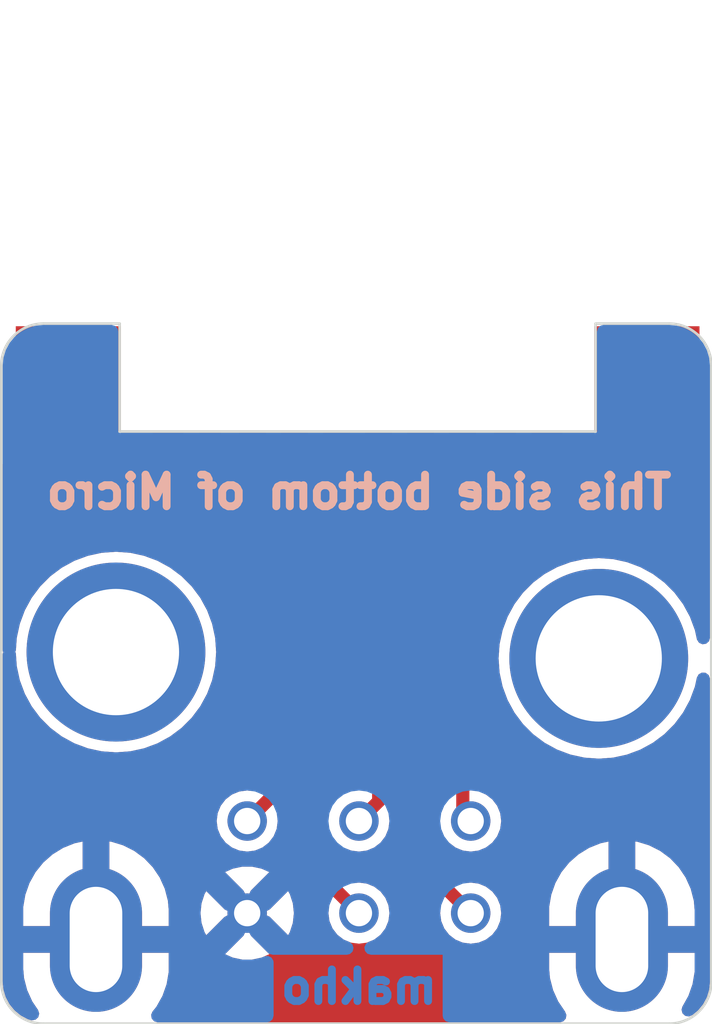
<source format=kicad_pcb>
(kicad_pcb (version 20221018) (generator pcbnew)
  (layers (0 "F.Cu" signal) (31 "B.Cu" signal) (34 "B.Paste" user) (35 "F.Paste" user) (36 "B.SilkS" user "B.Silkscreen") (37 "F.SilkS" user "F.Silkscreen") (38 "B.Mask" user) (39 "F.Mask" user) (44 "Edge.Cuts" user))
  (net 0 "")
  (net 1 "Net-(EXP1-GND)")
  (net 3 "Net-(EXP1-PWR)")
  (net 4 "Net-(EXP1-SO)")
  (net 5 "Net-(EXP1-SI)")
  (net 6 "Net-(EXP1-SD)")
  (net 7 "Net-(EXP1-SC)")
  (footprint "misc_footprints:OXY_EXP" (layer "F.Cu") (at 232.275 119.75)
    (fp_text reference "EXP1" hide)
    (fp_text value "OXY_EXP")
    (pad "1" smd rect (at 2 2) (size 0.5 2) (layers "F.Cu" "F.Paste" "F.Mask") (net 3 "Net-(EXP1-PWR)"))
    (pad "2" smd rect (at 1.2 2) (size 0.5 2) (layers "F.Cu" "F.Paste" "F.Mask") (net 4 "Net-(EXP1-SO)"))
    (pad "3" smd rect (at 0.4 2) (size 0.5 2) (layers "F.Cu" "F.Paste" "F.Mask") (net 5 "Net-(EXP1-SI)"))
    (pad "4" smd rect (at -0.4 2) (size 0.5 2) (layers "F.Cu" "F.Paste" "F.Mask") (net 6 "Net-(EXP1-SD)"))
    (pad "5" smd rect (at -1.2 2) (size 0.5 2) (layers "F.Cu" "F.Paste" "F.Mask") (net 7 "Net-(EXP1-SC)"))
    (pad "6" smd rect (at -5.5 0) (size 2 2) (layers "F.Cu" "F.Paste" "F.Mask") (net 1 "Net-(EXP1-GND)"))
    (pad "6" smd rect (at -2 2) (size 0.5 2) (layers "F.Cu" "F.Paste" "F.Mask") (net 1 "Net-(EXP1-GND)"))
    (pad "6" smd rect (at 5.5 0) (size 2 2) (layers "F.Cu" "F.Paste" "F.Mask") (net 1 "Net-(EXP1-GND)"))
    (pad "7" smd rect (at 2.8 2) (size 0.4 2) (layers "F.Cu" "F.Paste" "F.Mask"))
    (pad "8" smd rect (at -2.8 2) (size 0.4 2) (layers "F.Cu" "F.Paste" "F.Mask"))
  )
  (footprint "misc_footprints:AGB_EXP" (layer "F.Cu") (at 232.3 128.15)
    (fp_text reference "EXP2" hide)
    (fp_text value "AGB_EXP")
    (pad "1" thru_hole circle (at 2.125 0) (size 0.75 0.75) (drill 0.5) (layers "*.Cu" "*.Mask") (net 3 "Net-(EXP1-PWR)"))
    (pad "2" thru_hole circle (at 2.125 1.75) (size 0.75 0.75) (drill 0.5) (layers "*.Cu" "*.Mask") (net 4 "Net-(EXP1-SO)"))
    (pad "3" thru_hole circle (at 0 0) (size 0.75 0.75) (drill 0.5) (layers "*.Cu" "*.Mask") (net 5 "Net-(EXP1-SI)"))
    (pad "4" thru_hole circle (at 0 1.75) (size 0.75 0.75) (drill 0.5) (layers "*.Cu" "*.Mask") (net 6 "Net-(EXP1-SD)"))
    (pad "5" thru_hole circle (at -2.125 0) (size 0.75 0.75) (drill 0.5) (layers "*.Cu" "*.Mask") (net 7 "Net-(EXP1-SC)"))
    (pad "6" thru_hole oval (at -5 2.25) (size 1.75 2.75) (drill oval 1 2) (layers "*.Cu" "*.Mask") (net 1 "Net-(EXP1-GND)"))
    (pad "6" thru_hole circle (at -2.125 1.75) (size 0.75 0.75) (drill 0.5) (layers "*.Cu" "*.Mask") (net 1 "Net-(EXP1-GND)"))
    (pad "6" thru_hole oval (at 5 2.25) (size 1.75 2.75) (drill oval 1 2) (layers "*.Cu" "*.Mask") (net 1 "Net-(EXP1-GND)"))
  )
  (gr_line (start 238.2 132) (end 226.3 132) (stroke (width 0.05)) (layer "Edge.Cuts"))
  (gr_arc (start 238.2 118.7) (mid 238.765685 118.934315) (end 239 119.5) (stroke (width 0.05)) (layer "Edge.Cuts"))
  (gr_arc (start 239 131.2) (mid 238.765685 131.765685) (end 238.2 132) (stroke (width 0.05)) (layer "Edge.Cuts"))
  (gr_line (start 225.5 119.5) (end 225.5 131.2) (stroke (width 0.05)) (layer "Edge.Cuts"))
  (gr_line (start 227.75 120.75) (end 227.75 118.7) (stroke (width 0.05)) (layer "Edge.Cuts"))
  (gr_line (start 236.8 120.75) (end 227.75 120.75) (stroke (width 0.05)) (layer "Edge.Cuts"))
  (gr_arc (start 225.5 119.5) (mid 225.734315 118.934315) (end 226.3 118.7) (stroke (width 0.05)) (layer "Edge.Cuts"))
  (gr_arc (start 226.3 132) (mid 225.734315 131.765685) (end 225.5 131.2) (stroke (width 0.05)) (layer "Edge.Cuts"))
  (gr_line (start 236.8 118.7) (end 238.2 118.7) (stroke (width 0.05)) (layer "Edge.Cuts"))
  (gr_line (start 236.8 118.7) (end 236.8 120.75) (stroke (width 0.05)) (layer "Edge.Cuts"))
  (gr_line (start 227.75 118.7) (end 226.3 118.7) (stroke (width 0.05)) (layer "Edge.Cuts"))
  (gr_line (start 239 119.5) (end 239 131.2) (stroke (width 0.05)) (layer "Edge.Cuts"))
  (gr_text "makho" (at 232.3 131.3) (layer "B.Cu") (effects (font (size 0.6 0.6)) (justify mirror)))
  (gr_text "This side bottom of Micro" (at 232.3 121.9) (layer "B.SilkS") (effects (font (size 0.6 0.6)) (justify mirror)))
  (via (at 236.86 125.06) (size 3.4) (drill 2.4) (layers "F.Cu" "B.Cu") (net 0))
  (via (at 227.68 124.94) (size 3.4) (drill 2.4) (layers "F.Cu" "B.Cu") (net 0))
  (segment (start 234.425 128.15) (end 234.275 128) (width 0.25) (layer "F.Cu") (net 3))
  (segment (start 234.275 128) (end 234.275 121.75) (width 0.25) (layer "F.Cu") (net 3))
  (segment (start 234.425 129.9) (end 233.475 128.95) (width 0.25) (layer "F.Cu") (net 4))
  (segment (start 233.475 128.95) (end 233.475 121.75) (width 0.25) (layer "F.Cu") (net 4))
  (segment (start 232.675 127.775) (end 232.675 121.75) (width 0.25) (layer "F.Cu") (net 5))
  (segment (start 232.3 128.15) (end 232.675 127.775) (width 0.25) (layer "F.Cu") (net 5))
  (segment (start 231.875 127.225) (end 231.875 121.75) (width 0.25) (layer "F.Cu") (net 6))
  (segment (start 231.5879 127.5121) (end 231.875 127.225) (width 0.25) (layer "F.Cu") (net 6))
  (segment (start 231.5879 129.1879) (end 231.5879 127.5121) (width 0.25) (layer "F.Cu") (net 6))
  (segment (start 232.3 129.9) (end 231.5879 129.1879) (width 0.25) (layer "F.Cu") (net 6))
  (segment (start 231.075 127.25) (end 231.075 121.75) (width 0.25) (layer "F.Cu") (net 7))
  (segment (start 230.175 128.15) (end 231.075 127.25) (width 0.25) (layer "F.Cu") (net 7))
  (zone (net 1) (net_name "Net-(EXP1-GND)") (layer "F.Cu") (connect_pads (clearance 0.2)) (min_thickness 0.254) (fill yes (thermal_gap 0.508) (thermal_bridge_width 0.508))
    (polygon (pts (xy 239 132) (xy 225.5 132) (xy 225.5 118.7) (xy 239 118.7)))
  )
  (zone (net 1) (net_name "Net-(EXP1-GND)") (layer "B.Cu") (connect_pads (clearance 0.2)) (min_thickness 0.254) (fill yes (thermal_gap 0.508) (thermal_bridge_width 0.508))
    (polygon (pts (xy 239 132) (xy 225.5 132) (xy 225.5 118.7) (xy 239 118.7)))
  )
)
</source>
